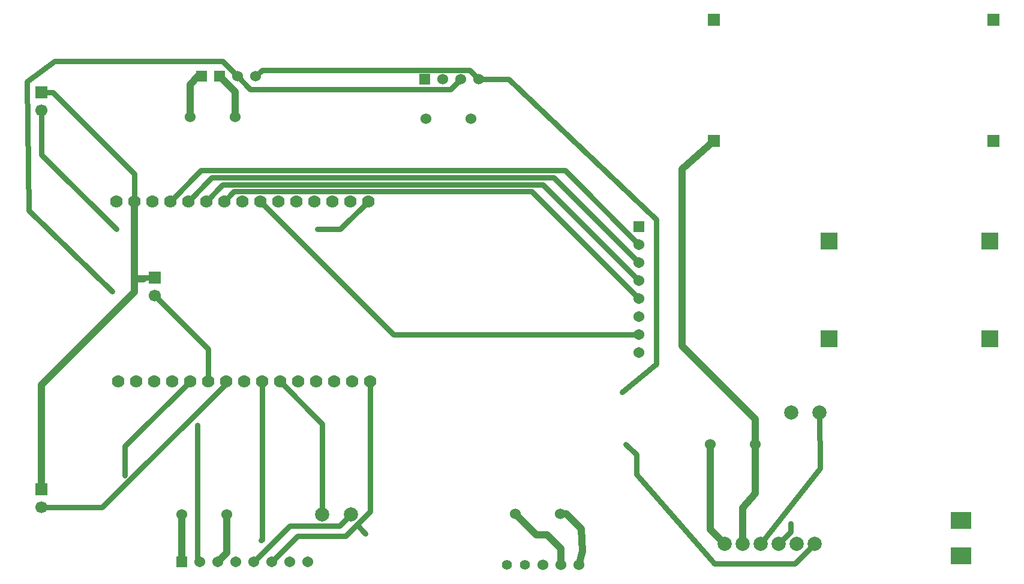
<source format=gbl>
G04 Layer: BottomLayer*
G04 EasyEDA v6.5.23, 2023-06-11 23:43:22*
G04 2b95388b78af4998b8b99e231a31c8e7,07531b1ef0a74d2492736d9a14bc6988,10*
G04 Gerber Generator version 0.2*
G04 Scale: 100 percent, Rotated: No, Reflected: No *
G04 Dimensions in millimeters *
G04 leading zeros omitted , absolute positions ,4 integer and 5 decimal *
%FSLAX45Y45*%
%MOMM*%

%ADD10C,0.7500*%
%ADD11C,1.0000*%
%ADD12R,1.5240X1.5240*%
%ADD13C,1.5240*%
%ADD14C,1.7780*%
%ADD15R,1.5400X1.5400*%
%ADD16C,1.5400*%
%ADD17C,1.4000*%
%ADD18R,2.4000X2.4000*%
%ADD19R,3.0000X2.4000*%
%ADD20C,2.0000*%
%ADD21C,1.7000*%
%ADD22R,1.7000X1.7000*%
%ADD23C,0.6100*%

%LPD*%
D10*
X2768498Y2451201D02*
G01*
X2768498Y2839872D01*
X1620469Y3987901D01*
X7632598Y4178401D02*
G01*
X8055767Y4178401D01*
X10134600Y2197100D01*
X10134600Y152400D01*
X9654268Y-239730D01*
X9893200Y1841599D02*
G01*
X8848194Y2886605D01*
X3711907Y2886605D01*
X3276500Y2451199D01*
X9893200Y1079599D02*
G01*
X8379818Y2592981D01*
X4180283Y2592981D01*
X4038500Y2451199D01*
X9893200Y1333599D02*
G01*
X8541285Y2685514D01*
X4018815Y2685514D01*
X3784500Y2451199D01*
X9893200Y1587599D02*
G01*
X8692390Y2788409D01*
X3867711Y2788409D01*
X3530500Y2451199D01*
X9893200Y571599D02*
G01*
X6426100Y571599D01*
X4546500Y2451199D01*
D11*
X10896498Y-977798D02*
G01*
X10896498Y-2184298D01*
X11099698Y-2387498D01*
X3555898Y3645001D02*
G01*
X3555898Y4102201D01*
X3670198Y4216501D01*
X3720998Y4216501D01*
X4190898Y3645001D02*
G01*
X4190898Y4000601D01*
X3974998Y4216501D01*
D10*
X7378598Y4178401D02*
G01*
X7236866Y4036667D01*
X4408832Y4036667D01*
X4228998Y4216501D01*
X7632598Y4178401D02*
G01*
X7503515Y4307484D01*
X4573983Y4307484D01*
X4482998Y4216501D01*
X3555898Y-88798D02*
G01*
X2640408Y-1004290D01*
X2640408Y-1416204D01*
X5425998Y-1968398D02*
G01*
X5425998Y-688898D01*
X4825898Y-88798D01*
X4571898Y-88798D02*
G01*
X4571898Y-2323998D01*
X4559198Y-2336698D01*
X3060598Y1117701D02*
G01*
X3809898Y368401D01*
X3809898Y-88798D01*
X5909205Y-2117270D02*
G01*
X6095898Y-1930577D01*
X6095898Y-88798D01*
X4711598Y-2641498D02*
G01*
X5076068Y-2277038D01*
X5749439Y-2277038D01*
X5909205Y-2117270D01*
X5909205Y-2117270D02*
G01*
X6031791Y-2239873D01*
X11861698Y-2387498D02*
G01*
X12031835Y-2217369D01*
X12031835Y-2098220D01*
X1460398Y3733901D02*
G01*
X1460398Y3113298D01*
X2515392Y2058311D01*
X6070498Y2451201D02*
G01*
X5677618Y2058311D01*
X5357401Y2058311D01*
X1460398Y3987901D02*
G01*
X1620469Y3987901D01*
D11*
X2768498Y1359001D02*
G01*
X2900560Y1359001D01*
D10*
X3060598Y1371701D02*
G01*
X2913260Y1371701D01*
X2900560Y1359001D01*
D11*
X2768498Y1359001D02*
G01*
X2768498Y2451201D01*
X1460398Y-1612798D02*
G01*
X1460398Y-139598D01*
X2768498Y1168501D01*
X2768498Y1359001D01*
D10*
X1460398Y-1866798D02*
G01*
X2317549Y-1866798D01*
X4063898Y-120449D01*
X4063898Y-88798D01*
X12442601Y-533298D02*
G01*
X12445898Y-1320698D01*
X11607698Y-2387498D01*
D11*
X8788298Y-2679598D02*
G01*
X8788298Y-2450998D01*
X8597798Y-2260498D01*
X8445398Y-2260498D01*
X8146999Y-1962099D01*
X8781999Y-1962099D02*
G01*
X8870899Y-1962099D01*
X9080398Y-2171598D01*
X9093098Y-2489098D01*
X9042298Y-2679598D01*
D10*
X5826000Y-1968398D02*
G01*
X5663689Y-2130709D01*
X4968389Y-2130709D01*
X4457598Y-2641498D01*
D11*
X4076598Y-1968398D02*
G01*
X4076598Y-2514498D01*
X3949598Y-2641498D01*
D10*
X3695598Y-2641498D02*
G01*
X3657498Y-2603398D01*
X3657498Y-711098D01*
D11*
X3441598Y-1968398D02*
G01*
X3441598Y-2641498D01*
D10*
X4228998Y4216501D02*
G01*
X4013098Y4432401D01*
X1648101Y4432401D01*
X1257198Y4140301D01*
X1282598Y2324201D01*
X2460401Y1178659D01*
X12369749Y-2387549D02*
G01*
X12090349Y-2666949D01*
X10960049Y-2666949D01*
X9861499Y-1403299D01*
X9861499Y-1123899D01*
X9702749Y-977849D01*
D11*
X10947298Y3302000D02*
G01*
X10502849Y2907334D01*
X10502849Y406450D01*
X11531549Y-622249D01*
X11531549Y-977849D01*
X11531549Y-977849D02*
G01*
X11531549Y-1672287D01*
X11360099Y-1873199D01*
X11353749Y-2387549D01*
D12*
G01*
X6870598Y4178401D03*
D13*
G01*
X7124598Y4178401D03*
G01*
X7378598Y4178401D03*
G01*
X7632598Y4178401D03*
D14*
G01*
X2539898Y-88798D03*
G01*
X2793898Y-88798D03*
G01*
X3047898Y-88798D03*
G01*
X3301898Y-88798D03*
G01*
X3555898Y-88798D03*
G01*
X4825898Y-88798D03*
G01*
X4571898Y-88798D03*
G01*
X4317898Y-88798D03*
G01*
X4063898Y-88798D03*
G01*
X3809898Y-88798D03*
G01*
X6095898Y-88798D03*
G01*
X5841898Y-88798D03*
G01*
X5587898Y-88798D03*
G01*
X5333898Y-88798D03*
G01*
X5079898Y-88798D03*
G01*
X5054498Y2451201D03*
G01*
X5308498Y2451201D03*
G01*
X5562498Y2451201D03*
G01*
X5816498Y2451201D03*
G01*
X6070498Y2451201D03*
G01*
X3784498Y2451201D03*
G01*
X4038498Y2451201D03*
G01*
X4292498Y2451201D03*
G01*
X4546498Y2451201D03*
G01*
X4800498Y2451201D03*
G01*
X3530498Y2451201D03*
G01*
X3276498Y2451201D03*
G01*
X3022498Y2451201D03*
G01*
X2768498Y2451201D03*
G01*
X2514498Y2451201D03*
D15*
G01*
X9893198Y2095601D03*
D16*
G01*
X9893198Y1841601D03*
G01*
X9893198Y1587601D03*
G01*
X9893198Y1333601D03*
G01*
X9893198Y1079601D03*
G01*
X9893198Y825601D03*
G01*
X9893198Y571601D03*
G01*
X9893198Y317601D03*
D17*
G01*
X8026298Y-2679598D03*
G01*
X8280298Y-2679598D03*
D13*
G01*
X8534298Y-2679598D03*
G01*
X8788298Y-2679598D03*
G01*
X9042298Y-2679598D03*
D18*
G01*
X12575006Y1889099D03*
G01*
X14845004Y1891004D03*
G01*
X12575006Y510997D03*
G01*
X14845004Y512902D03*
D15*
G01*
X3441598Y-2641498D03*
D16*
G01*
X3695598Y-2641498D03*
G01*
X3949598Y-2641498D03*
G01*
X4203598Y-2641498D03*
G01*
X4457598Y-2641498D03*
G01*
X4711598Y-2641498D03*
G01*
X4965598Y-2641498D03*
G01*
X5219598Y-2641498D03*
D19*
G01*
X14442287Y-2553690D03*
G01*
X14442287Y-2053691D03*
D13*
G01*
X3555898Y3645001D03*
G01*
X4190898Y3645001D03*
G01*
X7518298Y3619601D03*
G01*
X6883298Y3619601D03*
G01*
X3441598Y-1968398D03*
G01*
X4076598Y-1968398D03*
G01*
X8146999Y-1962099D03*
G01*
X8781999Y-1962099D03*
D20*
G01*
X12042698Y-533298D03*
G01*
X12442697Y-533298D03*
G01*
X5425998Y-1968398D03*
G01*
X5825997Y-1968398D03*
D13*
G01*
X11531498Y-977798D03*
G01*
X10896498Y-977798D03*
D21*
G01*
X3060598Y1117701D03*
D22*
G01*
X3060598Y1371701D03*
D21*
G01*
X1460398Y-1866798D03*
D22*
G01*
X1460398Y-1612798D03*
D12*
G01*
X3721100Y4216400D03*
D13*
G01*
X3975100Y4216400D03*
G01*
X4229100Y4216400D03*
G01*
X4483100Y4216400D03*
D21*
G01*
X1460500Y3733800D03*
D22*
G01*
X1460500Y3987800D03*
D20*
G01*
X11099800Y-2387600D03*
G01*
X11353800Y-2387600D03*
G01*
X11607800Y-2387600D03*
G01*
X11861800Y-2387600D03*
G01*
X12115800Y-2387600D03*
G01*
X12369800Y-2387600D03*
D12*
G01*
X3974998Y4216501D03*
D22*
G01*
X10947349Y5016550D03*
G01*
X10947298Y3302000D03*
G01*
X14897100Y5016601D03*
G01*
X14897100Y3302000D03*
D23*
G01*
X2460472Y1178712D03*
G01*
X9654260Y-239725D03*
G01*
X3657498Y-711098D03*
G01*
X2640406Y-1416202D03*
G01*
X4559198Y-2336698D03*
G01*
X9702698Y-977798D03*
G01*
X6031788Y-2239873D03*
G01*
X12031827Y-2098217D03*
G01*
X2515387Y2058314D03*
G01*
X5357393Y2058314D03*
M02*

</source>
